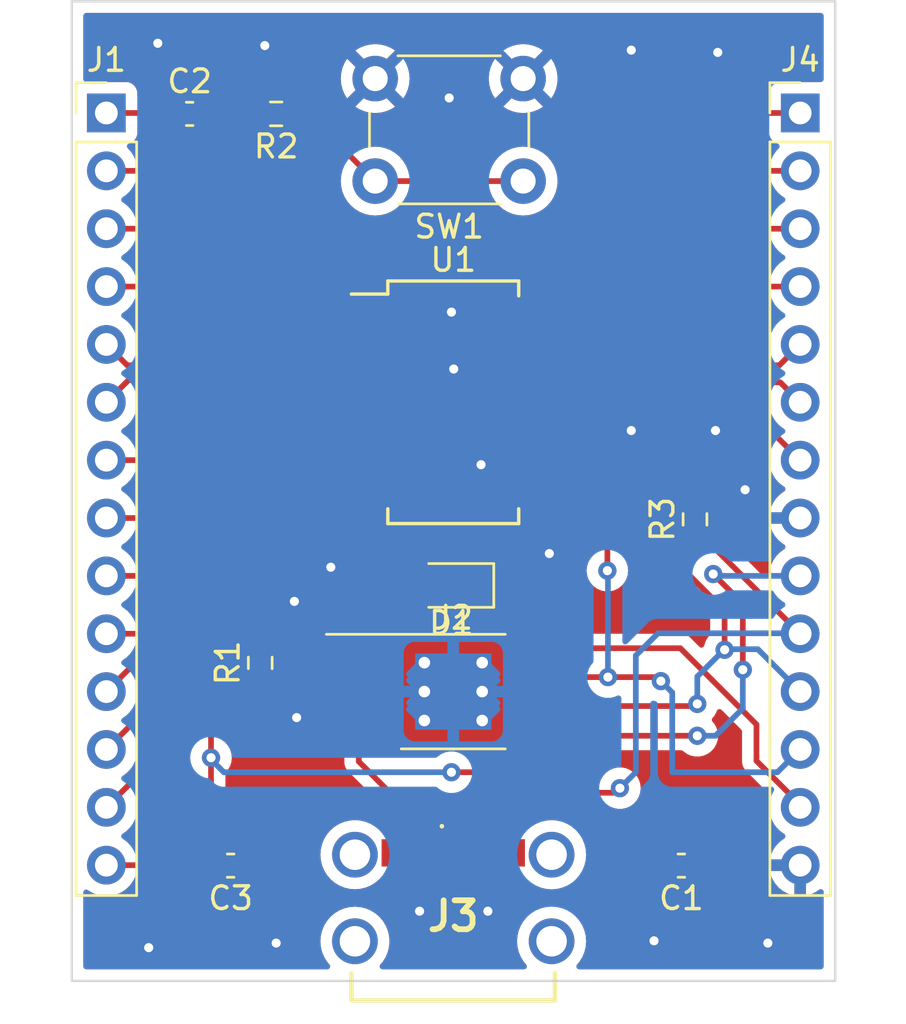
<source format=kicad_pcb>
(kicad_pcb (version 20211014) (generator pcbnew)
  (layers (0 "F.Cu" signal) (31 "B.Cu" signal) (34 "B.Paste" user) (35 "F.Paste" user) (36 "B.SilkS" user "B.Silkscreen") (37 "F.SilkS" user "F.Silkscreen") (38 "B.Mask" user) (39 "F.Mask" user) (44 "Edge.Cuts" user))
  (net 0 "")
  (net 1 "Net-(J1-Pad2)")
  (net 2 "Net-(J1-Pad3)")
  (net 3 "Net-(J1-Pad4)")
  (net 4 "Net-(J1-Pad5)")
  (net 5 "Net-(J1-Pad6)")
  (net 6 "Net-(J1-Pad7)")
  (net 7 "Net-(J1-Pad9)")
  (net 8 "Net-(J1-Pad10)")
  (net 9 "Net-(J1-Pad11)")
  (net 10 "Net-(J1-Pad12)")
  (net 11 "Net-(J1-Pad13)")
  (net 12 "Net-(J2-Pad2)")
  (net 13 "Net-(J2-Pad6)")
  (net 14 "Net-(J2-Pad7)")
  (net 15 "GND")
  (net 16 "Net-(C1-Pad2)")
  (net 17 "Net-(C2-Pad1)")
  (net 18 "Net-(C3-Pad2)")
  (net 19 "Net-(J1-Pad8)")
  (net 20 "Net-(J2-Pad8)")
  (net 21 "Net-(J3-PadA5)")
  (net 26 "Net-(J4-Pad1)")
  (net 27 "Net-(J4-Pad2)")
  (net 28 "Net-(J4-Pad3)")
  (net 29 "Net-(J4-Pad4)")
  (net 30 "Net-(J4-Pad5)")
  (net 31 "Net-(J4-Pad6)")
  (net 32 "Net-(J4-Pad7)")
  (net 33 "Net-(R3-Pad2)")
  (net 34 "Net-(C2-Pad2)")
  (net 35 "Net-(R2-Pad1)")
  (footprint "Resistor_SMD:R_0603_1608Metric_Pad0.98x0.95mm_HandSolder" (layer "F.Cu") (at 155.4 91.5 90)
    (fp_text reference "R3" (at 0 -1.43 90) (layer "F.SilkS"))
    (fp_text value "4.7K")
    (fp_line (start -0.254724 0.5225) (end 0.254724 0.5225) (layer "F.SilkS") (width 0.12))
    (fp_line (start -0.254724 -0.5225) (end 0.254724 -0.5225) (layer "F.SilkS") (width 0.12))
    (pad "1" smd roundrect (at -0.9125 0 90) (size 0.975 0.95) (layers "F.Cu" "F.Paste" "F.Mask") (net 21 "Net-(J3-PadA5)"))
    (pad "2" smd roundrect (at 0.9125 0 90) (size 0.975 0.95) (layers "F.Cu" "F.Paste" "F.Mask") (net 33 "Net-(R3-Pad2)"))
  )
  (footprint "Package_SO:SSOP-28_5.3x10.2mm_P0.65mm" (layer "F.Cu") (at 144.78 86.36)
    (fp_text reference "U1" (at 0 -6.25) (layer "F.SilkS"))
    (fp_text value "ATMEGA3208-XFR")
    (fp_line (start -2.875 5.325) (end 2.875 5.325) (layer "F.SilkS") (width 0.15))
    (fp_line (start -2.875 5.325) (end -2.875 4.675) (layer "F.SilkS") (width 0.15))
    (fp_line (start 2.875 5.325) (end 2.875 4.675) (layer "F.SilkS") (width 0.15))
    (fp_line (start -2.875 -4.75) (end -4.475 -4.75) (layer "F.SilkS") (width 0.15))
    (fp_line (start 2.875 -5.325) (end 2.875 -4.675) (layer "F.SilkS") (width 0.15))
    (fp_line (start -2.875 -5.325) (end 2.875 -5.325) (layer "F.SilkS") (width 0.15))
    (fp_line (start -2.875 -5.325) (end -2.875 -4.75) (layer "F.SilkS") (width 0.15))
    (pad "1" smd rect (at -3.6 -4.225) (size 1.75 0.45) (layers "F.Cu" "F.Paste" "F.Mask") (net 17 "Net-(C2-Pad1)"))
    (pad "2" smd rect (at -3.6 -3.575) (size 1.75 0.45) (layers "F.Cu" "F.Paste" "F.Mask") (net 1 "Net-(J1-Pad2)"))
    (pad "3" smd rect (at -3.6 -2.925) (size 1.75 0.45) (layers "F.Cu" "F.Paste" "F.Mask") (net 2 "Net-(J1-Pad3)"))
    (pad "4" smd rect (at -3.6 -2.275) (size 1.75 0.45) (layers "F.Cu" "F.Paste" "F.Mask") (net 3 "Net-(J1-Pad4)"))
    (pad "5" smd rect (at -3.6 -1.625) (size 1.75 0.45) (layers "F.Cu" "F.Paste" "F.Mask") (net 4 "Net-(J1-Pad5)"))
    (pad "6" smd rect (at -3.6 -0.975) (size 1.75 0.45) (layers "F.Cu" "F.Paste" "F.Mask") (net 5 "Net-(J1-Pad6)"))
    (pad "7" smd rect (at -3.6 -0.325) (size 1.75 0.45) (layers "F.Cu" "F.Paste" "F.Mask") (net 6 "Net-(J1-Pad7)"))
    (pad "8" smd rect (at -3.6 0.325) (size 1.75 0.45) (layers "F.Cu" "F.Paste" "F.Mask") (net 19 "Net-(J1-Pad8)"))
    (pad "9" smd rect (at -3.6 0.975) (size 1.75 0.45) (layers "F.Cu" "F.Paste" "F.Mask") (net 7 "Net-(J1-Pad9)"))
    (pad "10" smd rect (at -3.6 1.625) (size 1.75 0.45) (layers "F.Cu" "F.Paste" "F.Mask") (net 8 "Net-(J1-Pad10)"))
    (pad "11" smd rect (at -3.6 2.275) (size 1.75 0.45) (layers "F.Cu" "F.Paste" "F.Mask") (net 9 "Net-(J1-Pad11)"))
    (pad "12" smd rect (at -3.6 2.925) (size 1.75 0.45) (layers "F.Cu" "F.Paste" "F.Mask") (net 10 "Net-(J1-Pad12)"))
    (pad "13" smd rect (at -3.6 3.575) (size 1.75 0.45) (layers "F.Cu" "F.Paste" "F.Mask") (net 11 "Net-(J1-Pad13)"))
    (pad "14" smd rect (at -3.6 4.225) (size 1.75 0.45) (layers "F.Cu" "F.Paste" "F.Mask") (net 18 "Net-(C3-Pad2)"))
    (pad "15" smd rect (at 3.6 4.225) (size 1.75 0.45) (layers "F.Cu" "F.Paste" "F.Mask") (net 15 "GND"))
    (pad "16" smd rect (at 3.6 3.575) (size 1.75 0.45) (layers "F.Cu" "F.Paste" "F.Mask") (net 20 "Net-(J2-Pad8)"))
    (pad "17" smd rect (at 3.6 2.925) (size 1.75 0.45) (layers "F.Cu" "F.Paste" "F.Mask") (net 14 "Net-(J2-Pad7)"))
    (pad "18" smd rect (at 3.6 2.275) (size 1.75 0.45) (layers "F.Cu" "F.Paste" "F.Mask") (net 13 "Net-(J2-Pad6)"))
    (pad "19" smd rect (at 3.6 1.625) (size 1.75 0.45) (layers "F.Cu" "F.Paste" "F.Mask") (net 33 "Net-(R3-Pad2)"))
    (pad "20" smd rect (at 3.6 0.975) (size 1.75 0.45) (layers "F.Cu" "F.Paste" "F.Mask") (net 18 "Net-(C3-Pad2)"))
    (pad "21" smd rect (at 3.6 0.325) (size 1.75 0.45) (layers "F.Cu" "F.Paste" "F.Mask") (net 15 "GND"))
    (pad "22" smd rect (at 3.6 -0.325) (size 1.75 0.45) (layers "F.Cu" "F.Paste" "F.Mask") (net 32 "Net-(J4-Pad7)"))
    (pad "23" smd rect (at 3.6 -0.975) (size 1.75 0.45) (layers "F.Cu" "F.Paste" "F.Mask") (net 31 "Net-(J4-Pad6)"))
    (pad "24" smd rect (at 3.6 -1.625) (size 1.75 0.45) (layers "F.Cu" "F.Paste" "F.Mask") (net 30 "Net-(J4-Pad5)"))
    (pad "25" smd rect (at 3.6 -2.275) (size 1.75 0.45) (layers "F.Cu" "F.Paste" "F.Mask") (net 29 "Net-(J4-Pad4)"))
    (pad "26" smd rect (at 3.6 -2.925) (size 1.75 0.45) (layers "F.Cu" "F.Paste" "F.Mask") (net 28 "Net-(J4-Pad3)"))
    (pad "27" smd rect (at 3.6 -3.575) (size 1.75 0.45) (layers "F.Cu" "F.Paste" "F.Mask") (net 27 "Net-(J4-Pad2)"))
    (pad "28" smd rect (at 3.6 -4.225) (size 1.75 0.45) (layers "F.Cu" "F.Paste" "F.Mask") (net 26 "Net-(J4-Pad1)"))
  )
  (footprint "Diode_SMD:D_0805_2012Metric_Pad1.15x1.40mm_HandSolder" (layer "F.Cu") (at 144.7 94.4 180)
    (fp_text reference "D1" (at 0 -1.65) (layer "F.SilkS"))
    (fp_text value "D_Schottky")
    (fp_line (start -1.86 -0.96) (end -1.86 0.96) (layer "F.SilkS") (width 0.12))
    (fp_line (start 1 -0.96) (end -1.86 -0.96) (layer "F.SilkS") (width 0.12))
    (fp_line (start -1.86 0.96) (end 1 0.96) (layer "F.SilkS") (width 0.12))
    (pad "1" smd roundrect (at -1.025 0 180) (size 1.15 1.4) (layers "F.Cu" "F.Paste" "F.Mask") (roundrect_rratio 0.2173913043) (net 15 "GND"))
    (pad "2" smd roundrect (at 1.025 0 180) (size 1.15 1.4) (layers "F.Cu" "F.Paste" "F.Mask") (roundrect_rratio 0.2173913043) (net 18 "Net-(C3-Pad2)"))
  )
  (footprint "Resistor_SMD:R_0603_1608Metric_Pad0.98x0.95mm_HandSolder" (layer "F.Cu") (at 136.3 97.8 90)
    (fp_text reference "R1" (at 0 -1.43 90) (layer "F.SilkS"))
    (fp_text value "2.5K")
    (fp_line (start -0.254724 -0.5225) (end 0.254724 -0.5225) (layer "F.SilkS") (width 0.12))
    (fp_line (start -0.254724 0.5225) (end 0.254724 0.5225) (layer "F.SilkS") (width 0.12))
    (pad "1" smd roundrect (at -0.9125 0 90) (size 0.975 0.95) (layers "F.Cu" "F.Paste" "F.Mask") (net 12 "Net-(J2-Pad2)"))
    (pad "2" smd roundrect (at 0.9125 0 90) (size 0.975 0.95) (layers "F.Cu" "F.Paste" "F.Mask") (net 15 "GND"))
  )
  (footprint "Connector_PinHeader_2.54mm:PinHeader_1x14_P2.54mm_Vertical" (layer "F.Cu") (at 129.54 73.66)
    (fp_text reference "J1" (at 0 -2.33) (layer "F.SilkS"))
    (fp_text value "Conn_01x14")
    (fp_line (start 1.33 1.27) (end 1.33 34.35) (layer "F.SilkS") (width 0.12))
    (fp_line (start -1.33 34.35) (end 1.33 34.35) (layer "F.SilkS") (width 0.12))
    (fp_line (start -1.33 1.27) (end -1.33 34.35) (layer "F.SilkS") (width 0.12))
    (fp_line (start -1.33 -1.33) (end 0 -1.33) (layer "F.SilkS") (width 0.12))
    (fp_line (start -1.33 0) (end -1.33 -1.33) (layer "F.SilkS") (width 0.12))
    (fp_line (start -1.33 1.27) (end 1.33 1.27) (layer "F.SilkS") (width 0.12))
    (pad "1" thru_hole rect (at 0 0) (size 1.7 1.7) (drill 1) (layers *.Cu *.Mask) (net 17 "Net-(C2-Pad1)"))
    (pad "2" thru_hole oval (at 0 2.54) (size 1.7 1.7) (drill 1) (layers *.Cu *.Mask) (net 1 "Net-(J1-Pad2)"))
    (pad "3" thru_hole oval (at 0 5.08) (size 1.7 1.7) (drill 1) (layers *.Cu *.Mask) (net 2 "Net-(J1-Pad3)"))
    (pad "4" thru_hole oval (at 0 7.62) (size 1.7 1.7) (drill 1) (layers *.Cu *.Mask) (net 3 "Net-(J1-Pad4)"))
    (pad "5" thru_hole oval (at 0 10.16) (size 1.7 1.7) (drill 1) (layers *.Cu *.Mask) (net 4 "Net-(J1-Pad5)"))
    (pad "6" thru_hole oval (at 0 12.7) (size 1.7 1.7) (drill 1) (layers *.Cu *.Mask) (net 5 "Net-(J1-Pad6)"))
    (pad "7" thru_hole oval (at 0 15.24) (size 1.7 1.7) (drill 1) (layers *.Cu *.Mask) (net 6 "Net-(J1-Pad7)"))
    (pad "8" thru_hole oval (at 0 17.78) (size 1.7 1.7) (drill 1) (layers *.Cu *.Mask) (net 19 "Net-(J1-Pad8)"))
    (pad "9" thru_hole oval (at 0 20.32) (size 1.7 1.7) (drill 1) (layers *.Cu *.Mask) (net 7 "Net-(J1-Pad9)"))
    (pad "10" thru_hole oval (at 0 22.86) (size 1.7 1.7) (drill 1) (layers *.Cu *.Mask) (net 8 "Net-(J1-Pad10)"))
    (pad "11" thru_hole oval (at 0 25.4) (size 1.7 1.7) (drill 1) (layers *.Cu *.Mask) (net 9 "Net-(J1-Pad11)"))
    (pad "12" thru_hole oval (at 0 27.94) (size 1.7 1.7) (drill 1) (layers *.Cu *.Mask) (net 10 "Net-(J1-Pad12)"))
    (pad "13" thru_hole oval (at 0 30.48) (size 1.7 1.7) (drill 1) (layers *.Cu *.Mask) (net 11 "Net-(J1-Pad13)"))
    (pad "14" thru_hole oval (at 0 33.02) (size 1.7 1.7) (drill 1) (layers *.Cu *.Mask) (net 18 "Net-(C3-Pad2)"))
  )
  (footprint "Capacitor_SMD:C_0603_1608Metric_Pad1.08x0.95mm_HandSolder" (layer "F.Cu") (at 133.2 73.7)
    (fp_text reference "C2" (at 0 -1.43) (layer "F.SilkS"))
    (fp_text value "10uF")
    (fp_line (start -0.146267 0.51) (end 0.146267 0.51) (layer "F.SilkS") (width 0.12))
    (fp_line (start -0.146267 -0.51) (end 0.146267 -0.51) (layer "F.SilkS") (width 0.12))
    (pad "1" smd roundrect (at -0.8625 0) (size 1.075 0.95) (layers "F.Cu" "F.Paste" "F.Mask") (net 17 "Net-(C2-Pad1)"))
    (pad "2" smd roundrect (at 0.8625 0) (size 1.075 0.95) (layers "F.Cu" "F.Paste" "F.Mask") (net 34 "Net-(C2-Pad2)"))
  )
  (footprint "SamacSys:USB4125GFA0190" (layer "F.Cu") (at 144.78 109.22)
    (fp_text reference "J3" (at 0 -0.303) (layer "F.SilkS") (effects (font (size 1.27 1.27) (thickness 0.254))))
    (fp_text value "USB4125-GF-A-0190" hide)
    (fp_line (start -0.5 -4.2) (end -0.5 -4.2) (layer "F.SilkS") (width 0.1))
    (fp_line (start -4.47 2.2) (end -4.47 3.4) (layer "F.SilkS") (width 0.2))
    (fp_line (start 4.47 3.4) (end 4.47 2.2) (layer "F.SilkS") (width 0.2))
    (fp_line (start -0.5 -4.3) (end -0.5 -4.3) (layer "F.SilkS") (width 0.1))
    (fp_line (start -4.47 3.4) (end 4.47 3.4) (layer "F.SilkS") (width 0.2))
    (fp_arc (start -0.5 -4.2) (mid -0.55 -4.25) (end -0.5 -4.3) (layer "F.SilkS") (width 0.1))
    (fp_arc (start -0.5 -4.3) (mid -0.45 -4.25) (end -0.5 -4.2) (layer "F.SilkS") (width 0.1))
    (pad "A5" smd rect locked (at -0.5 -3.08) (size 0.7 1.2) (layers "F.Cu" "F.Paste" "F.Mask") (net 21 "Net-(J3-PadA5)"))
    (pad "A9" smd rect locked (at 1.52 -3.08) (size 0.76 1.2) (layers "F.Cu" "F.Paste" "F.Mask") (net 16 "Net-(C1-Pad2)"))
    (pad "A12" smd rect locked (at 2.75 -3.08) (size 0.8 1.2) (layers "F.Cu" "F.Paste" "F.Mask") (net 15 "GND"))
    (pad "B5" smd rect locked (at 0.5 -3.08) (size 0.7 1.2) (layers "F.Cu" "F.Paste" "F.Mask") (net 21 "Net-(J3-PadA5)"))
    (pad "B9" smd rect locked (at -1.52 -3.08) (size 0.76 1.2) (layers "F.Cu" "F.Paste" "F.Mask") (net 16 "Net-(C1-Pad2)"))
    (pad "B12" smd rect locked (at -2.75 -3.08) (size 0.8 1.2) (layers "F.Cu" "F.Paste" "F.Mask") (net 15 "GND"))
    (pad "MH1" thru_hole circle locked (at -4.32 -3) (size 2.01 2.01) (drill 1.34) (layers *.Cu *.Mask))
    (pad "MH2" thru_hole circle locked (at -4.32 0.8) (size 2.01 2.01) (drill 1.34) (layers *.Cu *.Mask))
    (pad "MH3" thru_hole circle locked (at 4.32 0.8) (size 2.01 2.01) (drill 1.34) (layers *.Cu *.Mask))
    (pad "MH4" thru_hole circle locked (at 4.32 -3) (size 2.01 2.01) (drill 1.34) (layers *.Cu *.Mask))
  )
  (footprint "Resistor_SMD:R_0603_1608Metric_Pad0.98x0.95mm_HandSolder" (layer "F.Cu") (at 137 73.7 180)
    (fp_text reference "R2" (at 0 -1.43) (layer "F.SilkS"))
    (fp_text value "1K")
    (fp_line (start -0.254724 -0.5225) (end 0.254724 -0.5225) (layer "F.SilkS") (width 0.12))
    (fp_line (start -0.254724 0.5225) (end 0.254724 0.5225) (layer "F.SilkS") (width 0.12))
    (pad "1" smd roundrect (at -0.9125 0 180) (size 0.975 0.95) (layers "F.Cu" "F.Paste" "F.Mask") (net 35 "Net-(R2-Pad1)"))
    (pad "2" smd roundrect (at 0.9125 0 180) (size 0.975 0.95) (layers "F.Cu" "F.Paste" "F.Mask") (net 34 "Net-(C2-Pad2)"))
  )
  (footprint "Capacitor_SMD:C_0603_1608Metric_Pad1.08x0.95mm_HandSolder" (layer "F.Cu") (at 135 106.7 180)
    (fp_text reference "C3" (at 0 -1.43) (layer "F.SilkS"))
    (fp_text value "10uF")
    (fp_line (start -0.146267 0.51) (end 0.146267 0.51) (layer "F.SilkS") (width 0.12))
    (fp_line (start -0.146267 -0.51) (end 0.146267 -0.51) (layer "F.SilkS") (width 0.12))
    (pad "1" smd roundrect (at -0.8625 0 180) (size 1.075 0.95) (layers "F.Cu" "F.Paste" "F.Mask") (net 15 "GND"))
    (pad "2" smd roundrect (at 0.8625 0 180) (size 1.075 0.95) (layers "F.Cu" "F.Paste" "F.Mask") (net 18 "Net-(C3-Pad2)"))
  )
  (footprint "Button_Switch_THT:SW_PUSH_6mm_H5mm" (layer "F.Cu") (at 147.85 76.65 180)
    (fp_text reference "SW1" (at 3.25 -2) (layer "F.SilkS"))
    (fp_text value "SW_Push_Dual")
    (fp_line (start 5.5 -1) (end 1 -1) (layer "F.SilkS") (width 0.12))
    (fp_line (start 6.75 3) (end 6.75 1.5) (layer "F.SilkS") (width 0.12))
    (fp_line (start -0.25 1.5) (end -0.25 3) (layer "F.SilkS") (width 0.12))
    (fp_line (start 1 5.5) (end 5.5 5.5) (layer "F.SilkS") (width 0.12))
    (pad "1" thru_hole circle (at 0 0 270) (size 2 2) (drill 1.1) (layers *.Cu *.Mask) (net 35 "Net-(R2-Pad1)"))
    (pad "1" thru_hole circle (at 6.5 0 270) (size 2 2) (drill 1.1) (layers *.Cu *.Mask) (net 35 "Net-(R2-Pad1)"))
    (pad "2" thru_hole circle (at 0 4.5 270) (size 2 2) (drill 1.1) (layers *.Cu *.Mask) (net 15 "GND"))
    (pad "2" thru_hole circle (at 6.5 4.5 270) (size 2 2) (drill 1.1) (layers *.Cu *.Mask) (net 15 "GND"))
  )
  (footprint "Package_SO:SOP-8-1EP_4.57x4.57mm_P1.27mm_EP4.57x4.45mm_ThermalVias" (layer "F.Cu") (at 144.78 99.06)
    (fp_text reference "J2" (at 0 -3.24) (layer "F.SilkS"))
    (fp_text value "TP4056")
    (fp_line (start 0 -2.515) (end -5.575 -2.515) (layer "F.SilkS") (width 0.12))
    (fp_line (start 0 -2.515) (end 2.285 -2.515) (layer "F.SilkS") (width 0.12))
    (fp_line (start 0 2.515) (end -2.285 2.515) (layer "F.SilkS") (width 0.12))
    (fp_line (start 0 2.515) (end 2.285 2.515) (layer "F.SilkS") (width 0.12))
    (pad "1" smd roundrect (at -4.15 -1.905) (size 2.85 0.7) (layers "F.Cu" "F.Paste" "F.Mask") (net 15 "GND"))
    (pad "2" smd roundrect (at -4.15 -0.635) (size 2.85 0.7) (layers "F.Cu" "F.Paste" "F.Mask") (net 12 "Net-(J2-Pad2)"))
    (pad "3" smd roundrect (at -4.15 0.635) (size 2.85 0.7) (layers "F.Cu" "F.Paste" "F.Mask") (net 15 "GND"))
    (pad "4" smd roundrect (at -4.15 1.905) (size 2.85 0.7) (layers "F.Cu" "F.Paste" "F.Mask") (net 16 "Net-(C1-Pad2)"))
    (pad "5" smd roundrect (at 4.15 1.905) (size 2.85 0.7) (layers "F.Cu" "F.Paste" "F.Mask") (net 18 "Net-(C3-Pad2)"))
    (pad "6" smd roundrect (at 4.15 0.635) (size 2.85 0.7) (layers "F.Cu" "F.Paste" "F.Mask") (net 13 "Net-(J2-Pad6)"))
    (pad "7" smd roundrect (at 4.15 -0.635) (size 2.85 0.7) (layers "F.Cu" "F.Paste" "F.Mask") (net 14 "Net-(J2-Pad7)"))
    (pad "8" smd roundrect (at 4.15 -1.905) (size 2.85 0.7) (layers "F.Cu" "F.Paste" "F.Mask") (net 20 "Net-(J2-Pad8)"))
    (pad "9" thru_hole circle (at 1.27 -1.27) (size 0.81 0.81) (drill 0.51) (layers *.Cu) (net 15 "GND"))
    (pad "9" thru_hole circle (at -1.27 0) (size 0.81 0.81) (drill 0.51) (layers *.Cu) (net 15 "GND"))
    (pad "9" thru_hole circle (at -1.27 -1.27) (size 0.81 0.81) (drill 0.51) (layers *.Cu) (net 15 "GND"))
    (pad "9" smd rect (at 0 0) (size 4.57 4.45) (layers "F.Cu" "F.Mask") (net 15 "GND"))
    (pad "9" thru_hole circle (at -1.27 1.27) (size 0.81 0.81) (drill 0.51) (layers *.Cu) (net 15 "GND"))
    (pad "9" smd rect (at 0 0) (size 3.35 3.35) (layers "B.Cu") (net 15 "GND"))
    (pad "9" thru_hole circle (at 1.27 1.27) (size 0.81 0.81) (drill 0.51) (layers *.Cu) (net 15 "GND"))
    (pad "9" thru_hole circle (at 1.27 0) (size 0.81 0.81) (drill 0.51) (layers *.Cu) (net 15 "GND"))
  )
  (footprint "Capacitor_SMD:C_0603_1608Metric_Pad1.08x0.95mm_HandSolder" (layer "F.Cu") (at 154.8 106.7 180)
    (fp_text reference "C1" (at 0 -1.43) (layer "F.SilkS"))
    (fp_text value "10uF")
    (fp_line (start -0.146267 0.51) (end 0.146267 0.51) (layer "F.SilkS") (width 0.12))
    (fp_line (start -0.146267 -0.51) (end 0.146267 -0.51) (layer "F.SilkS") (width 0.12))
    (pad "1" smd roundrect (at -0.8625 0 180) (size 1.075 0.95) (layers "F.Cu" "F.Paste" "F.Mask") (net 15 "GND"))
    (pad "2" smd roundrect (at 0.8625 0 180) (size 1.075 0.95) (layers "F.Cu" "F.Paste" "F.Mask") (net 16 "Net-(C1-Pad2)"))
  )
  (footprint "Connector_PinHeader_2.54mm:PinHeader_1x14_P2.54mm_Vertical" (layer "F.Cu") (at 160.02 73.66)
    (fp_text reference "J4" (at 0 -2.33) (layer "F.SilkS"))
    (fp_text value "Conn_01x14")
    (fp_line (start -1.33 34.35) (end 1.33 34.35) (layer "F.SilkS") (width 0.12))
    (fp_line (start 1.33 1.27) (end 1.33 34.35) (layer "F.SilkS") (width 0.12))
    (fp_line (start -1.33 -1.33) (end 0 -1.33) (layer "F.SilkS") (width 0.12))
    (fp_line (start -1.33 0) (end -1.33 -1.33) (layer "F.SilkS") (width 0.12))
    (fp_line (start -1.33 1.27) (end -1.33 34.35) (layer "F.SilkS") (width 0.12))
    (fp_line (start -1.33 1.27) (end 1.33 1.27) (layer "F.SilkS") (width 0.12))
    (pad "1" thru_hole rect (at 0 0) (size 1.7 1.7) (drill 1) (layers *.Cu *.Mask) (net 26 "Net-(J4-Pad1)"))
    (pad "2" thru_hole oval (at 0 2.54) (size 1.7 1.7) (drill 1) (layers *.Cu *.Mask) (net 27 "Net-(J4-Pad2)"))
    (pad "3" thru_hole oval (at 0 5.08) (size 1.7 1.7) (drill 1) (layers *.Cu *.Mask) (net 28 "Net-(J4-Pad3)"))
    (pad "4" thru_hole oval (at 0 7.62) (size 1.7 1.7) (drill 1) (layers *.Cu *.Mask) (net 29 "Net-(J4-Pad4)"))
    (pad "5" thru_hole oval (at 0 10.16) (size 1.7 1.7) (drill 1) (layers *.Cu *.Mask) (net 30 "Net-(J4-Pad5)"))
    (pad "6" thru_hole oval (at 0 12.7) (size 1.7 1.7) (drill 1) (layers *.Cu *.Mask) (net 31 "Net-(J4-Pad6)"))
    (pad "7" thru_hole oval (at 0 15.24) (size 1.7 1.7) (drill 1) (layers *.Cu *.Mask) (net 32 "Net-(J4-Pad7)"))
    (pad "8" thru_hole oval (at 0 17.78) (size 1.7 1.7) (drill 1) (layers *.Cu *.Mask) (net 15 "GND"))
    (pad "9" thru_hole oval (at 0 20.32) (size 1.7 1.7) (drill 1) (layers *.Cu *.Mask) (net 18 "Net-(C3-Pad2)"))
    (pad "10" thru_hole oval (at 0 22.86) (size 1.7 1.7) (drill 1) (layers *.Cu *.Mask) (net 21 "Net-(J3-PadA5)"))
    (pad "11" thru_hole oval (at 0 25.4) (size 1.7 1.7) (drill 1) (layers *.Cu *.Mask) (net 13 "Net-(J2-Pad6)"))
    (pad "12" thru_hole oval (at 0 27.94) (size 1.7 1.7) (drill 1) (layers *.Cu *.Mask) (net 14 "Net-(J2-Pad7)"))
    (pad "13" thru_hole oval (at 0 30.48) (size 1.7 1.7) (drill 1) (layers *.Cu *.Mask) (net 20 "Net-(J2-Pad8)"))
    (pad "14" thru_hole oval (at 0 33.02) (size 1.7 1.7) (drill 1) (layers *.Cu *.Mask) (net 15 "GND"))
  )
  (gr_rect (start 128.02 68.76) (end 161.56 111.76) (layer "Edge.Cuts") (width 0.1) (fill none))
  (segment (start 141.18 82.785) (end 140.055 82.785) (width 0.25) (layer "F.Cu") (net 1))
  (segment (start 139.2 80.3) (end 135.1 76.2) (width 0.25) (layer "F.Cu") (net 1))
  (segment (start 140.055 82.785) (end 139.2 81.93) (width 0.25) (layer "F.Cu") (net 1))
  (segment (start 135.1 76.2) (end 129.54 76.2) (width 0.25) (layer "F.Cu") (net 1))
  (segment (start 139.2 81.93) (end 139.2 80.3) (width 0.25) (layer "F.Cu") (net 1))
  (segment (start 134.14 78.74) (end 138.835 83.435) (width 0.25) (layer "F.Cu") (net 2))
  (segment (start 138.835 83.435) (end 141.18 83.435) (width 0.25) (layer "F.Cu") (net 2))
  (segment (start 129.54 78.74) (end 134.14 78.74) (width 0.25) (layer "F.Cu") (net 2))
  (segment (start 129.54 81.28) (end 133.58 81.28) (width 0.25) (layer "F.Cu") (net 3))
  (segment (start 133.58 81.28) (end 136.385 84.085) (width 0.25) (layer "F.Cu") (net 3))
  (segment (start 136.385 84.085) (end 141.18 84.085) (width 0.25) (layer "F.Cu") (net 3))
  (segment (start 130.455 84.735) (end 141.18 84.735) (width 0.25) (layer "F.Cu") (net 4))
  (segment (start 129.54 83.82) (end 130.455 84.735) (width 0.25) (layer "F.Cu") (net 4))
  (segment (start 130.515 85.385) (end 141.18 85.385) (width 0.25) (layer "F.Cu") (net 5))
  (segment (start 129.54 86.36) (end 130.515 85.385) (width 0.25) (layer "F.Cu") (net 5))
  (segment (start 133.6 88.9) (end 136.465 86.035) (width 0.25) (layer "F.Cu") (net 6))
  (segment (start 136.465 86.035) (end 141.18 86.035) (width 0.25) (layer "F.Cu") (net 6))
  (segment (start 129.54 88.9) (end 133.6 88.9) (width 0.25) (layer "F.Cu") (net 6))
  (segment (start 129.54 93.98) (end 132.72 93.98) (width 0.25) (layer "F.Cu") (net 7))
  (segment (start 139.365 87.335) (end 141.18 87.335) (width 0.25) (layer "F.Cu") (net 7))
  (segment (start 132.72 93.98) (end 139.365 87.335) (width 0.25) (layer "F.Cu") (net 7))
  (segment (start 139.715 87.985) (end 141.18 87.985) (width 0.25) (layer "F.Cu") (net 8))
  (segment (start 129.54 96.52) (end 131.18 96.52) (width 0.25) (layer "F.Cu") (net 8))
  (segment (start 131.18 96.52) (end 139.715 87.985) (width 0.25) (layer "F.Cu") (net 8))
  (segment (start 129.54 99.06) (end 139.965 88.635) (width 0.25) (layer "F.Cu") (net 9))
  (segment (start 139.965 88.635) (end 141.18 88.635) (width 0.25) (layer "F.Cu") (net 9))
  (segment (start 140.08 89.285) (end 141.18 89.285) (width 0.25) (layer "F.Cu") (net 10))
  (segment (start 131.7 99.44) (end 131.7 97.665) (width 0.25) (layer "F.Cu") (net 10))
  (segment (start 131.7 97.665) (end 140.08 89.285) (width 0.25) (layer "F.Cu") (net 10))
  (segment (start 129.54 101.6) (end 131.7 99.44) (width 0.25) (layer "F.Cu") (net 10))
  (segment (start 132.8 97.215) (end 140.08 89.935) (width 0.25) (layer "F.Cu") (net 11))
  (segment (start 129.54 104.14) (end 132.8 100.88) (width 0.25) (layer "F.Cu") (net 11))
  (segment (start 132.8 100.88) (end 132.8 97.215) (width 0.25) (layer "F.Cu") (net 11))
  (segment (start 140.08 89.935) (end 141.18 89.935) (width 0.25) (layer "F.Cu") (net 11))
  (segment (start 136.3 98.7125) (end 140.3425 98.7125) (width 0.25) (layer "F.Cu") (net 12))
  (segment (start 140.3425 98.7125) (end 140.63 98.425) (width 0.25) (layer "F.Cu") (net 12))
  (segment (start 149.835 88.635) (end 148.38 88.635) (width 0.25) (layer "F.Cu") (net 13))
  (segment (start 155.5 99.6) (end 155.405 99.695) (width 0.25) (layer "F.Cu") (net 13))
  (segment (start 155.405 99.695) (end 148.93 99.695) (width 0.25) (layer "F.Cu") (net 13))
  (segment (start 156.7 97.2245) (end 156.7 95.5) (width 0.25) (layer "F.Cu") (net 13))
  (segment (start 156.7 95.5) (end 149.835 88.635) (width 0.25) (layer "F.Cu") (net 13))
  (via (at 155.5 99.6) (size 0.8) (drill 0.4) (layers "F.Cu" "B.Cu") (net 13))
  (via (at 156.7 97.2245) (size 0.8) (drill 0.4) (layers "F.Cu" "B.Cu") (net 13))
  (segment (start 158.16 97.2) (end 160.02 99.06) (width 0.25) (layer "B.Cu") (net 13))
  (segment (start 155.5 98.4) (end 156.6755 97.2245) (width 0.25) (layer "B.Cu") (net 13))
  (segment (start 156.7245 97.2) (end 158.16 97.2) (width 0.25) (layer "B.Cu") (net 13))
  (segment (start 156.6755 97.2245) (end 156.7 97.2245) (width 0.25) (layer "B.Cu") (net 13))
  (segment (start 156.7 97.2245) (end 156.7245 97.2) (width 0.25) (layer "B.Cu") (net 13))
  (segment (start 155.5 99.6) (end 155.5 98.4) (width 0.25) (layer "B.Cu") (net 13))
  (segment (start 151.55 93.75) (end 151.55 91.355) (width 0.25) (layer "F.Cu") (net 14))
  (segment (start 153.725 98.425) (end 151.575 98.425) (width 0.25) (layer "F.Cu") (net 14))
  (segment (start 151.575 98.425) (end 148.93 98.425) (width 0.25) (layer "F.Cu") (net 14))
  (segment (start 149.48 89.285) (end 148.38 89.285) (width 0.25) (layer "F.Cu") (net 14))
  (segment (start 151.55 91.355) (end 149.48 89.285) (width 0.25) (layer "F.Cu") (net 14))
  (segment (start 153.9 98.6) (end 153.725 98.425) (width 0.25) (layer "F.Cu") (net 14))
  (via (at 151.575 98.425) (size 0.8) (drill 0.4) (layers "F.Cu" "B.Cu") (net 14))
  (via (at 151.55 93.75) (size 0.8) (drill 0.4) (layers "F.Cu" "B.Cu") (net 14))
  (via (at 153.9 98.6) (size 0.8) (drill 0.4) (layers "F.Cu" "B.Cu") (net 14))
  (segment (start 154.4 102.6) (end 159.02 102.6) (width 0.25) (layer "B.Cu") (net 14))
  (segment (start 151.575 98.425) (end 151.575 93.775) (width 0.25) (layer "B.Cu") (net 14))
  (segment (start 154.4 99.1) (end 154.4 102.6) (width 0.25) (layer "B.Cu") (net 14))
  (segment (start 153.9 98.6) (end 154.4 99.1) (width 0.25) (layer "B.Cu") (net 14))
  (segment (start 159.02 102.6) (end 160.02 101.6) (width 0.25) (layer "B.Cu") (net 14))
  (segment (start 151.575 93.775) (end 151.55 93.75) (width 0.25) (layer "B.Cu") (net 14))
  (segment (start 151.55 93.75) (end 151.5 93.7) (width 0.25) (layer "B.Cu") (net 14))
  (segment (start 151.685 86.685) (end 152.6 87.6) (width 0.25) (layer "F.Cu") (net 15))
  (segment (start 148.38 86.685) (end 151.685 86.685) (width 0.25) (layer "F.Cu") (net 15))
  (via (at 144.8 84.9) (size 0.8) (drill 0.4) (layers "F.Cu" "B.Cu") (net 15))
  (via (at 144.6 73) (size 0.8) (drill 0.4) (layers "F.Cu" "B.Cu") (net 15))
  (via (at 136.5 70.7) (size 0.8) (drill 0.4) (layers "F.Cu" "B.Cu") (net 15))
  (via (at 143.3 108.7) (size 0.8) (drill 0.4) (layers "F.Cu" "B.Cu") (net 15))
  (via (at 137.9 100.2) (size 0.8) (drill 0.4) (layers "F.Cu" "B.Cu") (net 15))
  (via (at 131.8 70.6) (size 0.8) (drill 0.4) (layers "F.Cu" "B.Cu") (net 15))
  (via (at 146 89.1) (size 0.8) (drill 0.4) (layers "F.Cu" "B.Cu") (net 15))
  (via (at 153.6 110) (size 0.8) (drill 0.4) (layers "F.Cu" "B.Cu") (net 15))
  (via (at 158.6 110.1) (size 0.8) (drill 0.4) (layers "F.Cu" "B.Cu") (net 15))
  (via (at 149 93) (size 0.8) (drill 0.4) (layers "F.Cu" "B.Cu") (net 15))
  (via (at 156.4 71) (size 0.8) (drill 0.4) (layers "F.Cu" "B.Cu") (net 15))
  (via (at 139.4 93.6) (size 0.8) (drill 0.4) (layers "F.Cu" "B.Cu") (net 15))
  (via (at 144.7 82.4) (size 0.8) (drill 0.4) (layers "F.Cu" "B.Cu") (net 15))
  (via (at 137.8 95.1) (size 0.8) (drill 0.4) (layers "F.Cu" "B.Cu") (net 15))
  (via (at 152.6 70.9) (size 0.8) (drill 0.4) (layers "F.Cu" "B.Cu") (net 15))
  (via (at 157.6 90.2) (size 0.8) (drill 0.4) (layers "F.Cu" "B.Cu") (net 15))
  (via (at 152.6 87.6) (size 0.8) (drill 0.4) (layers "F.Cu" "B.Cu") (net 15))
  (via (at 131.4 110.3) (size 0.8) (drill 0.4) (layers "F.Cu" "B.Cu") (net 15))
  (via (at 146.3 108.7) (size 0.8) (drill 0.4) (layers "F.Cu" "B.Cu") (net 15))
  (via (at 137 110.1) (size 0.8) (drill 0.4) (layers "F.Cu" "B.Cu") (net 15))
  (via (at 156.3 87.6) (size 0.8) (drill 0.4) (layers "F.Cu" "B.Cu") (net 15))
  (segment (start 143.77 107.5) (end 145.79 107.5) (width 0.25) (layer "F.Cu") (net 16))
  (segment (start 143.26 106.14) (end 143.26 106.99) (width 0.25) (layer "F.Cu") (net 16))
  (segment (start 143.26 104.76) (end 143.26 106.14) (width 0.25) (layer "F.Cu") (net 16))
  (segment (start 145.79 107.5) (end 146.3 106.99) (width 0.25) (layer "F.Cu") (net 16))
  (segment (start 152.5375 108.1) (end 147.6 108.1) (width 0.25) (layer "F.Cu") (net 16))
  (segment (start 143.26 106.99) (end 143.77 107.5) (width 0.25) (layer "F.Cu") (net 16))
  (segment (start 153.9375 106.7) (end 152.5375 108.1) (width 0.25) (layer "F.Cu") (net 16))
  (segment (start 146.3 106.99) (end 146.3 106.14) (width 0.25) (layer "F.Cu") (net 16))
  (segment (start 140.63 102.13) (end 143.26 104.76) (width 0.25) (layer "F.Cu") (net 16))
  (segment (start 147.6 108.1) (end 146.3 106.8) (width 0.25) (layer "F.Cu") (net 16))
  (segment (start 146.3 106.8) (end 146.3 106.14) (width 0.25) (layer "F.Cu") (net 16))
  (segment (start 140.63 100.965) (end 140.63 102.13) (width 0.25) (layer "F.Cu") (net 16))
  (segment (start 141.18 80.98) (end 141.18 82.135) (width 0.25) (layer "F.Cu") (net 17))
  (segment (start 132.2975 73.66) (end 129.54 73.66) (width 0.25) (layer "F.Cu") (net 17))
  (segment (start 135.3 75.1) (end 141.18 80.98) (width 0.25) (layer "F.Cu") (net 17))
  (segment (start 133.7375 75.1) (end 135.3 75.1) (width 0.25) (layer "F.Cu") (net 17))
  (segment (start 132.3375 73.7) (end 132.2975 73.66) (width 0.25) (layer "F.Cu") (net 17))
  (segment (start 132.3375 73.7) (end 133.7375 75.1) (width 0.25) (layer "F.Cu") (net 17))
  (segment (start 157.5 95.2) (end 156.2 93.9) (width 0.25) (layer "F.Cu") (net 18))
  (segment (start 155.5 101) (end 148.965 101) (width 0.25) (layer "F.Cu") (net 18))
  (segment (start 145.555 87.335) (end 148.38 87.335) (width 0.25) (layer "F.Cu") (net 18))
  (segment (start 148.965 101) (end 148.93 100.965) (width 0.25) (layer "F.Cu") (net 18))
  (segment (start 134.1375 99.592005) (end 134.1375 101.9625) (width 0.25) (layer "F.Cu") (net 18))
  (segment (start 157.5 98.1) (end 157.5 95.2) (width 0.25) (layer "F.Cu") (net 18))
  (segment (start 135.829505 97.9) (end 134.1375 99.592005) (width 0.25) (layer "F.Cu") (net 18))
  (segment (start 134.1175 106.68) (end 129.54 106.68) (width 0.25) (layer "F.Cu") (net 18))
  (segment (start 137.752893 97.9) (end 135.829505 97.9) (width 0.25) (layer "F.Cu") (net 18))
  (segment (start 134.1375 101.9625) (end 134.1375 106.7) (width 0.25) (layer "F.Cu") (net 18))
  (segment (start 134.1375 106.7) (end 134.1175 106.68) (width 0.25) (layer "F.Cu") (net 18))
  (segment (start 142.305 90.585) (end 145.555 87.335) (width 0.25) (layer "F.Cu") (net 18))
  (segment (start 143.675 94.4) (end 141.252893 94.4) (width 0.25) (layer "F.Cu") (net 18))
  (segment (start 141.18 91.905) (end 141.18 90.585) (width 0.25) (layer "F.Cu") (net 18))
  (segment (start 141.252893 94.4) (end 137.752893 97.9) (width 0.25) (layer "F.Cu") (net 18))
  (segment (start 148.93 100.965) (end 147.295 102.6) (width 0.25) (layer "F.Cu") (net 18))
  (segment (start 147.295 102.6) (end 144.7 102.6) (width 0.25) (layer "F.Cu") (net 18))
  (segment (start 141.18 90.585) (end 142.305 90.585) (width 0.25) (layer "F.Cu") (net 18))
  (segment (start 143.675 94.4) (end 141.18 91.905) (width 0.25) (layer "F.Cu") (net 18))
  (via (at 157.5 98.1) (size 0.8) (drill 0.4) (layers "F.Cu" "B.Cu") (net 18))
  (via (at 144.7 102.6) (size 0.8) (drill 0.4) (layers "F.Cu" "B.Cu") (net 18))
  (via (at 156.2 93.9) (size 0.8) (drill 0.4) (layers "F.Cu" "B.Cu") (net 18))
  (via (at 134.1375 101.9625) (size 0.8) (drill 0.4) (layers "F.Cu" "B.Cu") (net 18))
  (via (at 155.5 101) (size 0.8) (drill 0.4) (layers "F.Cu" "B.Cu") (net 18))
  (segment (start 157.5 99.8) (end 157.5 98.1) (width 0.25) (layer "B.Cu") (net 18))
  (segment (start 134.7 102.6) (end 134.1 102) (width 0.25) (layer "B.Cu") (net 18))
  (segment (start 156.28 93.98) (end 160.02 93.98) (width 0.25) (layer "B.Cu") (net 18))
  (segment (start 144.7 102.6) (end 134.7 102.6) (width 0.25) (layer "B.Cu") (net 18))
  (segment (start 156.2 93.9) (end 156.28 93.98) (width 0.25) (layer "B.Cu") (net 18))
  (segment (start 156.3 101) (end 157.5 99.8) (width 0.25) (layer "B.Cu") (net 18))
  (segment (start 155.5 101) (end 156.3 101) (width 0.25) (layer "B.Cu") (net 18))
  (segment (start 129.54 91.44) (end 134.16 91.44) (width 0.25) (layer "F.Cu") (net 19))
  (segment (start 134.16 91.44) (end 138.915 86.685) (width 0.25) (layer "F.Cu") (net 19))
  (segment (start 138.915 86.685) (end 141.18 86.685) (width 0.25) (layer "F.Cu") (net 19))
  (segment (start 146.2 90.99) (end 147.255 89.935) (width 0.25) (layer "F.Cu") (net 20))
  (segment (start 148.93 97.155) (end 154.755 97.155) (width 0.25) (layer "F.Cu") (net 20))
  (segment (start 147.255 89.935) (end 148.38 89.935) (width 0.25) (layer "F.Cu") (net 20))
  (segment (start 154.755 97.155) (end 158.1 100.5) (width 0.25) (layer "F.Cu") (net 20))
  (segment (start 158.1 100.5) (end 158.1 102.1) (width 0.25) (layer "F.Cu") (net 20))
  (segment (start 148.93 95.13) (end 146.2 92.4) (width 0.25) (layer "F.Cu") (net 20))
  (segment (start 146.2 92.4) (end 146.2 90.99) (width 0.25) (layer "F.Cu") (net 20))
  (segment (start 158.1 102.1) (end 160.02 104.02) (width 0.25) (layer "F.Cu") (net 20))
  (segment (start 160.02 104.02) (end 160.02 104.14) (width 0.25) (layer "F.Cu") (net 20))
  (segment (start 148.93 97.155) (end 148.93 95.13) (width 0.25) (layer "F.Cu") (net 20))
  (segment (start 144.28 106.14) (end 145.28 106.14) (width 0.25) (layer "F.Cu") (net 21))
  (segment (start 145.28 105.53) (end 145.28 106.14) (width 0.25) (layer "F.Cu") (net 21))
  (segment (start 152.1 103.3) (end 151.9 103.5) (width 0.25) (layer "F.Cu") (net 21))
  (segment (start 155.4 92.4125) (end 155.9125 92.4125) (width 0.25) (layer "F.Cu") (net 21))
  (segment (start 151.9 103.5) (end 147.31 103.5) (width 0.25) (layer "F.Cu") (net 21))
  (segment (start 147.31 103.5) (end 145.28 105.53) (width 0.25) (layer "F.Cu") (net 21))
  (segment (start 155.9125 92.4125) (end 160.02 96.52) (width 0.25) (layer "F.Cu") (net 21))
  (via (at 152.1 103.3) (size 0.8) (drill 0.4) (layers "F.Cu" "B.Cu") (net 21))
  (segment (start 152.8 102.6) (end 152.8 97.474695) (width 0.25) (layer "B.Cu") (net 21))
  (segment (start 160 96.5) (end 160.02 96.52) (width 0.25) (layer "B.Cu") (net 21))
  (segment (start 152.1 103.3) (end 152.8 102.6) (width 0.25) (layer "B.Cu") (net 21))
  (segment (start 153.774695 96.5) (end 160 96.5) (width 0.25) (layer "B.Cu") (net 21))
  (segment (start 152.8 97.474695) (end 153.774695 96.5) (width 0.25) (layer "B.Cu") (net 21))
  (segment (start 148.38 80.12) (end 154.84 73.66) (width 0.25) (layer "F.Cu") (net 26))
  (segment (start 148.38 82.135) (end 148.38 80.12) (width 0.25) (layer "F.Cu") (net 26))
  (segment (start 154.84 73.66) (end 160.02 73.66) (width 0.25) (layer "F.Cu") (net 26))
  (segment (start 148.38 82.785) (end 149.505 82.785) (width 0.25) (layer "F.Cu") (net 27))
  (segment (start 150.4 81.89) (end 150.4 80.2) (width 0.25) (layer "F.Cu") (net 27))
  (segment (start 150.4 80.2) (end 154.4 76.2) (width 0.25) (layer "F.Cu") (net 27))
  (segment (start 154.4 76.2) (end 160.02 76.2) (width 0.25) (layer "F.Cu") (net 27))
  (segment (start 149.505 82.785) (end 150.4 81.89) (width 0.25) (layer "F.Cu") (net 27))
  (segment (start 160.02 78.74) (end 155.06 78.74) (width 0.25) (layer "F.Cu") (net 28))
  (segment (start 150.365 83.435) (end 148.38 83.435) (width 0.25) (layer "F.Cu") (net 28))
  (segment (start 155.06 78.74) (end 150.365 83.435) (width 0.25) (layer "F.Cu") (net 28))
  (segment (start 160.02 81.28) (end 155.32 81.28) (width 0.25) (layer "F.Cu") (net 29))
  (segment (start 155.32 81.28) (end 152.515 84.085) (width 0.25) (layer "F.Cu") (net 29))
  (segment (start 152.515 84.085) (end 148.38 84.085) (width 0.25) (layer "F.Cu") (net 29))
  (segment (start 160.02 83.82) (end 159.105 84.735) (width 0.25) (layer "F.Cu") (net 30))
  (segment (start 159.105 84.735) (end 148.38 84.735) (width 0.25) (layer "F.Cu") (net 30))
  (segment (start 160.02 86.36) (end 159.145 85.485) (width 0.25) (layer "F.Cu") (net 31))
  (segment (start 159.145 85.485) (end 147.9 85.485) (width 0.25) (layer "F.Cu") (net 31))
  (segment (start 160.02 88.9) (end 157.155 86.035) (width 0.25) (layer "F.Cu") (net 32))
  (segment (start 157.155 86.035) (end 148.38 86.035) (width 0.25) (layer "F.Cu") (net 32))
  (segment (start 150.415 87.985) (end 148.38 87.985) (width 0.25) (layer "F.Cu") (net 33))
  (segment (start 150.415 88.015) (end 150.415 87.985) (width 0.25) (layer "F.Cu") (net 33))
  (segment (start 152.9875 90.5875) (end 150.415 88.015) (width 0.25) (layer "F.Cu") (net 33))
  (segment (start 155.4 90.5875) (end 152.9875 90.5875) (width 0.25) (layer "F.Cu") (net 33))
  (segment (start 134.2625 73.9) (end 134.0625 73.7) (width 0.25) (layer "F.Cu") (net 34))
  (segment (start 136.0875 73.9) (end 134.2625 73.9) (width 0.25) (layer "F.Cu") (net 34))
  (segment (start 138.6 73.9) (end 141.031802 76.331802) (width 0.25) (layer "F.Cu") (net 35))
  (segment (start 137.9125 73.9) (end 138.6 73.9) (width 0.25) (layer "F.Cu") (net 35))
  (segment (start 141.18 76.82) (end 141.35 76.65) (width 0.25) (layer "F.Cu") (net 35))
  (segment (start 147.85 76.65) (end 141.35 76.65) (width 0.25) (layer "F.Cu") (net 35))
  (zone (net 15) (net_name "GND") (layer "F.Cu") (connect_pads (clearance 0.508)) (min_thickness 0.254) (fill yes (thermal_gap 0.508) (thermal_bridge_width 0.508))
    (polygon (pts (xy 161.6 68.8) (xy 161.5 111.8) (xy 128 111.8) (xy 128 68.7)))
  )
  (zone (net 15) (net_name "GND") (layer "B.Cu") (connect_pads (clearance 0.508)) (min_thickness 0.254) (fill yes (thermal_gap 0.508) (thermal_bridge_width 0.508))
    (polygon (pts (xy 161.6 111.8) (xy 128 111.8) (xy 128 68.7) (xy 161.6 68.7)))
  )
)
</source>
